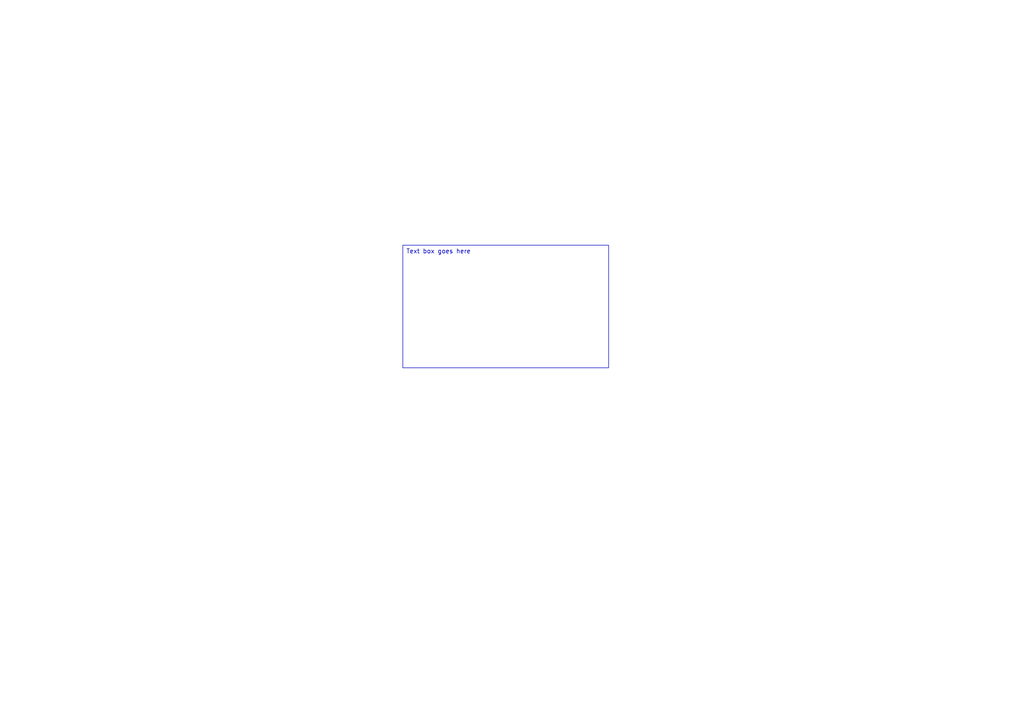
<source format=kicad_sch>
(kicad_sch
	(version 20250114)
	(generator "eeschema")
	(generator_version "9.0")
	(uuid "f6fc565a-8f21-45ef-bd3d-28242ce62f5d")
	(paper "A4")
	(lib_symbols)
	(text_box "Text box goes here"
		(exclude_from_sim no)
		(at 116.84 71.12 0)
		(size 59.69 35.56)
		(margins 0.9525 0.9525 0.9525 0.9525)
		(stroke
			(width 0)
			(type solid)
		)
		(fill
			(type none)
		)
		(effects
			(font
				(size 1.27 1.27)
			)
			(justify left top)
		)
		(uuid "a69934dd-d568-46b9-a23e-b7430f8dde27")
	)
	(sheet_instances
		(path "/"
			(page "1")
		)
	)
	(embedded_fonts no)
)

</source>
